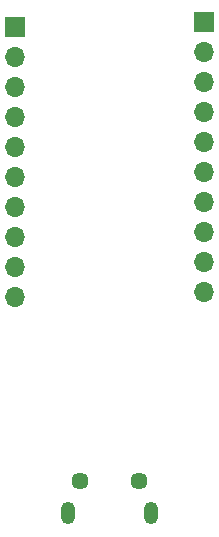
<source format=gbr>
%TF.GenerationSoftware,KiCad,Pcbnew,9.0.0*%
%TF.CreationDate,2025-06-28T10:43:13-07:00*%
%TF.ProjectId,STM 32 devboard,53544d20-3332-4206-9465-76626f617264,rev?*%
%TF.SameCoordinates,Original*%
%TF.FileFunction,Soldermask,Bot*%
%TF.FilePolarity,Negative*%
%FSLAX46Y46*%
G04 Gerber Fmt 4.6, Leading zero omitted, Abs format (unit mm)*
G04 Created by KiCad (PCBNEW 9.0.0) date 2025-06-28 10:43:13*
%MOMM*%
%LPD*%
G01*
G04 APERTURE LIST*
%ADD10R,1.700000X1.700000*%
%ADD11O,1.700000X1.700000*%
%ADD12O,1.200000X1.900000*%
%ADD13C,1.450000*%
G04 APERTURE END LIST*
D10*
%TO.C,J1*%
X30000000Y-19000000D03*
D11*
X30000000Y-21540000D03*
X30000000Y-24080000D03*
X30000000Y-26620000D03*
X30000000Y-29160000D03*
X30000000Y-31700000D03*
X30000000Y-34240000D03*
X30000000Y-36780000D03*
X30000000Y-39320000D03*
X30000000Y-41860000D03*
%TD*%
D12*
%TO.C,J3*%
X18500000Y-60537500D03*
D13*
X19500000Y-57837500D03*
X24500000Y-57837500D03*
D12*
X25500000Y-60537500D03*
%TD*%
D10*
%TO.C,J2*%
X14000000Y-19420000D03*
D11*
X14000000Y-21960000D03*
X14000000Y-24500000D03*
X14000000Y-27040000D03*
X14000000Y-29580000D03*
X14000000Y-32120000D03*
X14000000Y-34660000D03*
X14000000Y-37200000D03*
X14000000Y-39740000D03*
X14000000Y-42280000D03*
%TD*%
M02*

</source>
